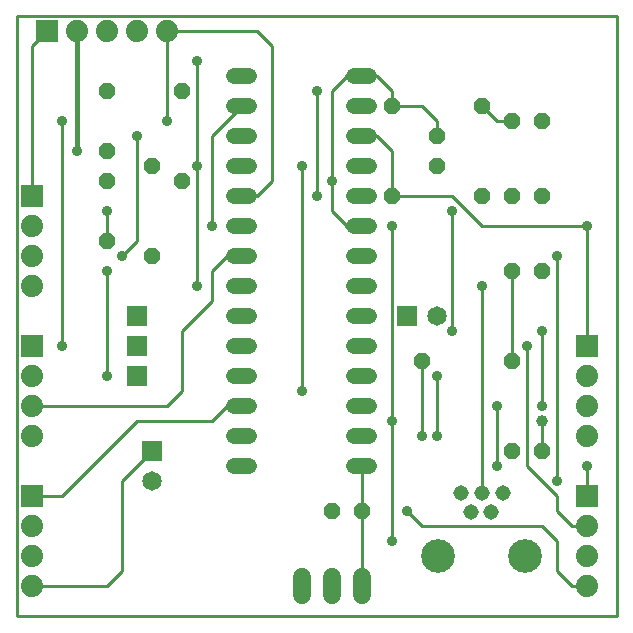
<source format=gtl>
G75*
G70*
%OFA0B0*%
%FSLAX24Y24*%
%IPPOS*%
%LPD*%
%AMOC8*
5,1,8,0,0,1.08239X$1,22.5*
%
%ADD10C,0.0100*%
%ADD11C,0.0520*%
%ADD12OC8,0.0520*%
%ADD13R,0.0650X0.0650*%
%ADD14R,0.0650X0.0650*%
%ADD15C,0.0650*%
%ADD16C,0.0600*%
%ADD17C,0.0515*%
%ADD18C,0.1122*%
%ADD19R,0.0740X0.0740*%
%ADD20C,0.0740*%
%ADD21C,0.0357*%
%ADD22C,0.0160*%
%ADD23C,0.0396*%
D10*
X000151Y000151D02*
X000151Y020151D01*
X020151Y020151D01*
X020151Y000151D01*
X000151Y000151D01*
X000651Y001151D02*
X003151Y001151D01*
X003651Y001651D01*
X003651Y004651D01*
X004651Y005651D01*
X004151Y006651D02*
X006651Y006651D01*
X007151Y007151D01*
X007651Y007151D01*
X005651Y007651D02*
X005651Y009651D01*
X006651Y010651D01*
X006651Y011651D01*
X007151Y012151D01*
X007651Y012151D01*
X006651Y013151D02*
X006651Y016151D01*
X007651Y017151D01*
X006151Y018651D02*
X006151Y015151D01*
X006151Y011151D01*
X004151Y012651D02*
X004151Y016151D01*
X005151Y016651D02*
X005151Y019651D01*
X008151Y019651D01*
X008651Y019151D01*
X008651Y014651D01*
X008151Y014151D01*
X007651Y014151D01*
X009651Y015151D02*
X009651Y007651D01*
X011651Y005151D02*
X011651Y003651D01*
X011651Y001151D01*
X012651Y002651D02*
X012651Y006651D01*
X012651Y013151D01*
X012651Y014151D02*
X013651Y014151D01*
X014651Y014151D01*
X015651Y013151D01*
X019151Y013151D01*
X019151Y009151D01*
X017651Y009651D02*
X017651Y007151D01*
X017651Y006651D02*
X017651Y005651D01*
X017151Y005151D02*
X018151Y004151D01*
X018151Y003651D01*
X018651Y003151D01*
X019151Y003151D01*
X019151Y004151D02*
X019151Y005151D01*
X018151Y004651D02*
X018151Y012151D01*
X016651Y011651D02*
X016651Y008651D01*
X017151Y009151D02*
X017151Y005151D01*
X016151Y005151D02*
X016151Y007151D01*
X014151Y008151D02*
X014151Y006151D01*
X013651Y006151D02*
X013651Y008651D01*
X014651Y009651D02*
X014651Y013651D01*
X012651Y014151D02*
X012651Y015651D01*
X012151Y016151D01*
X011651Y016151D01*
X012651Y017151D02*
X013651Y017151D01*
X014151Y016651D01*
X014151Y016151D01*
X012651Y017151D02*
X012651Y017651D01*
X012151Y018151D01*
X011651Y018151D01*
X011151Y018151D02*
X010651Y017651D01*
X010651Y014651D01*
X010651Y013651D01*
X011151Y013151D01*
X010151Y014151D02*
X010151Y017651D01*
X015651Y017151D02*
X016151Y016651D01*
X016651Y016651D01*
X015651Y011151D02*
X015651Y004251D01*
X013651Y003151D02*
X017651Y003151D01*
X018151Y002651D01*
X018151Y001651D01*
X018651Y001151D01*
X019151Y001151D01*
X013651Y003151D02*
X013151Y003651D01*
X005651Y007651D02*
X005151Y007151D01*
X000651Y007151D01*
X001651Y009151D02*
X001651Y016651D01*
X000651Y014151D02*
X000651Y019151D01*
X001151Y019651D01*
X003151Y013651D02*
X003151Y012651D01*
X003651Y012151D02*
X004151Y012651D01*
X003151Y011651D02*
X003151Y008151D01*
X004151Y006651D02*
X001651Y004151D01*
X000651Y004151D01*
D11*
X007391Y005151D02*
X007911Y005151D01*
X007911Y006151D02*
X007391Y006151D01*
X007391Y007151D02*
X007911Y007151D01*
X007911Y008151D02*
X007391Y008151D01*
X007391Y009151D02*
X007911Y009151D01*
X007911Y010151D02*
X007391Y010151D01*
X007391Y011151D02*
X007911Y011151D01*
X007911Y012151D02*
X007391Y012151D01*
X007391Y013151D02*
X007911Y013151D01*
X007911Y014151D02*
X007391Y014151D01*
X007391Y015151D02*
X007911Y015151D01*
X007911Y016151D02*
X007391Y016151D01*
X007391Y017151D02*
X007911Y017151D01*
X007911Y018151D02*
X007391Y018151D01*
X011391Y018151D02*
X011911Y018151D01*
X011911Y017151D02*
X011391Y017151D01*
X011391Y016151D02*
X011911Y016151D01*
X011911Y015151D02*
X011391Y015151D01*
X011391Y014151D02*
X011911Y014151D01*
X011911Y013151D02*
X011391Y013151D01*
X011391Y012151D02*
X011911Y012151D01*
X011911Y011151D02*
X011391Y011151D01*
X011391Y010151D02*
X011911Y010151D01*
X011911Y009151D02*
X011391Y009151D01*
X011391Y008151D02*
X011911Y008151D01*
X011911Y007151D02*
X011391Y007151D01*
X011391Y006151D02*
X011911Y006151D01*
X011911Y005151D02*
X011391Y005151D01*
D12*
X011651Y003651D03*
X010651Y003651D03*
X013651Y008651D03*
X016651Y008651D03*
X016651Y005651D03*
X017651Y005651D03*
X017651Y011651D03*
X016651Y011651D03*
X016651Y014151D03*
X015651Y014151D03*
X014151Y015151D03*
X014151Y016151D03*
X012651Y017151D03*
X012651Y014151D03*
X015651Y017151D03*
X016651Y016651D03*
X017651Y016651D03*
X017651Y014151D03*
X005651Y014651D03*
X004651Y015151D03*
X003151Y014651D03*
X003151Y015651D03*
X003151Y017651D03*
X005651Y017651D03*
X003151Y012651D03*
X004651Y012151D03*
D13*
X004151Y010151D03*
X004151Y009151D03*
X004151Y008151D03*
D14*
X004651Y005651D03*
X013151Y010151D03*
D15*
X014151Y010151D03*
X004651Y004651D03*
D16*
X009651Y001451D02*
X009651Y000851D01*
X010651Y000851D02*
X010651Y001451D01*
X011651Y001451D02*
X011651Y000851D01*
D17*
X014981Y004251D03*
X015291Y003631D03*
X015981Y003631D03*
X015651Y004251D03*
X016351Y004251D03*
D18*
X017088Y002151D03*
X014214Y002151D03*
D19*
X019151Y004151D03*
X019151Y009151D03*
X001151Y019651D03*
X000651Y014151D03*
X000651Y009151D03*
X000651Y004151D03*
D20*
X000651Y003151D03*
X000651Y002151D03*
X000651Y001151D03*
X000651Y006151D03*
X000651Y007151D03*
X000651Y008151D03*
X000651Y011151D03*
X000651Y012151D03*
X000651Y013151D03*
X002151Y019651D03*
X003151Y019651D03*
X004151Y019651D03*
X005151Y019651D03*
X019151Y008151D03*
X019151Y007151D03*
X019151Y006151D03*
X019151Y003151D03*
X019151Y002151D03*
X019151Y001151D03*
D21*
X018151Y004651D03*
X019151Y005151D03*
X017651Y007151D03*
X016151Y007151D03*
X016151Y005151D03*
X014151Y006151D03*
X013651Y006151D03*
X012651Y006651D03*
X014151Y008151D03*
X014651Y009651D03*
X015651Y011151D03*
X017151Y009151D03*
X017651Y009651D03*
X018151Y012151D03*
X019151Y013151D03*
X014651Y013651D03*
X012651Y013151D03*
X010651Y014651D03*
X010151Y014151D03*
X009651Y015151D03*
X010151Y017651D03*
X006151Y018651D03*
X005151Y016651D03*
X004151Y016151D03*
X002151Y015651D03*
X001651Y016651D03*
X003151Y013651D03*
X003651Y012151D03*
X003151Y011651D03*
X001651Y009151D03*
X003151Y008151D03*
X006151Y011151D03*
X006651Y013151D03*
X006151Y015151D03*
X009651Y007651D03*
X013151Y003651D03*
X012651Y002651D03*
D22*
X011651Y013151D02*
X011151Y013151D01*
X011151Y018151D02*
X011651Y018151D01*
X002151Y019651D02*
X002151Y015651D01*
D23*
X017651Y006651D03*
M02*

</source>
